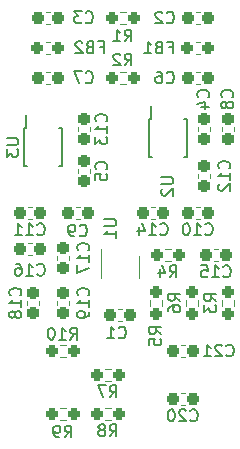
<source format=gbo>
G04 #@! TF.GenerationSoftware,KiCad,Pcbnew,7.0.9-7.0.9~ubuntu20.04.1*
G04 #@! TF.CreationDate,2023-11-16T21:07:46+01:00*
G04 #@! TF.ProjectId,kicad-pmod_i2s2,6b696361-642d-4706-9d6f-645f69327332,1.0*
G04 #@! TF.SameCoordinates,Original*
G04 #@! TF.FileFunction,Legend,Bot*
G04 #@! TF.FilePolarity,Positive*
%FSLAX46Y46*%
G04 Gerber Fmt 4.6, Leading zero omitted, Abs format (unit mm)*
G04 Created by KiCad (PCBNEW 7.0.9-7.0.9~ubuntu20.04.1) date 2023-11-16 21:07:46*
%MOMM*%
%LPD*%
G01*
G04 APERTURE LIST*
G04 Aperture macros list*
%AMRoundRect*
0 Rectangle with rounded corners*
0 $1 Rounding radius*
0 $2 $3 $4 $5 $6 $7 $8 $9 X,Y pos of 4 corners*
0 Add a 4 corners polygon primitive as box body*
4,1,4,$2,$3,$4,$5,$6,$7,$8,$9,$2,$3,0*
0 Add four circle primitives for the rounded corners*
1,1,$1+$1,$2,$3*
1,1,$1+$1,$4,$5*
1,1,$1+$1,$6,$7*
1,1,$1+$1,$8,$9*
0 Add four rect primitives between the rounded corners*
20,1,$1+$1,$2,$3,$4,$5,0*
20,1,$1+$1,$4,$5,$6,$7,0*
20,1,$1+$1,$6,$7,$8,$9,0*
20,1,$1+$1,$8,$9,$2,$3,0*%
G04 Aperture macros list end*
%ADD10C,0.150000*%
%ADD11C,0.120000*%
%ADD12C,1.500000*%
%ADD13R,1.700000X1.700000*%
%ADD14O,1.700000X1.700000*%
%ADD15RoundRect,0.237500X-0.237500X0.300000X-0.237500X-0.300000X0.237500X-0.300000X0.237500X0.300000X0*%
%ADD16RoundRect,0.237500X-0.300000X-0.237500X0.300000X-0.237500X0.300000X0.237500X-0.300000X0.237500X0*%
%ADD17RoundRect,0.237500X-0.237500X0.250000X-0.237500X-0.250000X0.237500X-0.250000X0.237500X0.250000X0*%
%ADD18RoundRect,0.237500X0.237500X-0.300000X0.237500X0.300000X-0.237500X0.300000X-0.237500X-0.300000X0*%
%ADD19RoundRect,0.237500X0.250000X0.237500X-0.250000X0.237500X-0.250000X-0.237500X0.250000X-0.237500X0*%
%ADD20RoundRect,0.237500X-0.250000X-0.237500X0.250000X-0.237500X0.250000X0.237500X-0.250000X0.237500X0*%
%ADD21RoundRect,0.237500X0.300000X0.237500X-0.300000X0.237500X-0.300000X-0.237500X0.300000X-0.237500X0*%
%ADD22R,0.250000X1.100000*%
%ADD23R,0.650000X1.560000*%
%ADD24RoundRect,0.237500X0.287500X0.237500X-0.287500X0.237500X-0.287500X-0.237500X0.287500X-0.237500X0*%
G04 APERTURE END LIST*
D10*
X119231580Y-59777333D02*
X119279200Y-59729714D01*
X119279200Y-59729714D02*
X119326819Y-59586857D01*
X119326819Y-59586857D02*
X119326819Y-59491619D01*
X119326819Y-59491619D02*
X119279200Y-59348762D01*
X119279200Y-59348762D02*
X119183961Y-59253524D01*
X119183961Y-59253524D02*
X119088723Y-59205905D01*
X119088723Y-59205905D02*
X118898247Y-59158286D01*
X118898247Y-59158286D02*
X118755390Y-59158286D01*
X118755390Y-59158286D02*
X118564914Y-59205905D01*
X118564914Y-59205905D02*
X118469676Y-59253524D01*
X118469676Y-59253524D02*
X118374438Y-59348762D01*
X118374438Y-59348762D02*
X118326819Y-59491619D01*
X118326819Y-59491619D02*
X118326819Y-59586857D01*
X118326819Y-59586857D02*
X118374438Y-59729714D01*
X118374438Y-59729714D02*
X118422057Y-59777333D01*
X118326819Y-60682095D02*
X118326819Y-60205905D01*
X118326819Y-60205905D02*
X118803009Y-60158286D01*
X118803009Y-60158286D02*
X118755390Y-60205905D01*
X118755390Y-60205905D02*
X118707771Y-60301143D01*
X118707771Y-60301143D02*
X118707771Y-60539238D01*
X118707771Y-60539238D02*
X118755390Y-60634476D01*
X118755390Y-60634476D02*
X118803009Y-60682095D01*
X118803009Y-60682095D02*
X118898247Y-60729714D01*
X118898247Y-60729714D02*
X119136342Y-60729714D01*
X119136342Y-60729714D02*
X119231580Y-60682095D01*
X119231580Y-60682095D02*
X119279200Y-60634476D01*
X119279200Y-60634476D02*
X119326819Y-60539238D01*
X119326819Y-60539238D02*
X119326819Y-60301143D01*
X119326819Y-60301143D02*
X119279200Y-60205905D01*
X119279200Y-60205905D02*
X119231580Y-60158286D01*
X123832857Y-65274580D02*
X123880476Y-65322200D01*
X123880476Y-65322200D02*
X124023333Y-65369819D01*
X124023333Y-65369819D02*
X124118571Y-65369819D01*
X124118571Y-65369819D02*
X124261428Y-65322200D01*
X124261428Y-65322200D02*
X124356666Y-65226961D01*
X124356666Y-65226961D02*
X124404285Y-65131723D01*
X124404285Y-65131723D02*
X124451904Y-64941247D01*
X124451904Y-64941247D02*
X124451904Y-64798390D01*
X124451904Y-64798390D02*
X124404285Y-64607914D01*
X124404285Y-64607914D02*
X124356666Y-64512676D01*
X124356666Y-64512676D02*
X124261428Y-64417438D01*
X124261428Y-64417438D02*
X124118571Y-64369819D01*
X124118571Y-64369819D02*
X124023333Y-64369819D01*
X124023333Y-64369819D02*
X123880476Y-64417438D01*
X123880476Y-64417438D02*
X123832857Y-64465057D01*
X122880476Y-65369819D02*
X123451904Y-65369819D01*
X123166190Y-65369819D02*
X123166190Y-64369819D01*
X123166190Y-64369819D02*
X123261428Y-64512676D01*
X123261428Y-64512676D02*
X123356666Y-64607914D01*
X123356666Y-64607914D02*
X123451904Y-64655533D01*
X122023333Y-64703152D02*
X122023333Y-65369819D01*
X122261428Y-64322200D02*
X122499523Y-65036485D01*
X122499523Y-65036485D02*
X121880476Y-65036485D01*
X128564819Y-70953333D02*
X128088628Y-70620000D01*
X128564819Y-70381905D02*
X127564819Y-70381905D01*
X127564819Y-70381905D02*
X127564819Y-70762857D01*
X127564819Y-70762857D02*
X127612438Y-70858095D01*
X127612438Y-70858095D02*
X127660057Y-70905714D01*
X127660057Y-70905714D02*
X127755295Y-70953333D01*
X127755295Y-70953333D02*
X127898152Y-70953333D01*
X127898152Y-70953333D02*
X127993390Y-70905714D01*
X127993390Y-70905714D02*
X128041009Y-70858095D01*
X128041009Y-70858095D02*
X128088628Y-70762857D01*
X128088628Y-70762857D02*
X128088628Y-70381905D01*
X127564819Y-71286667D02*
X127564819Y-71905714D01*
X127564819Y-71905714D02*
X127945771Y-71572381D01*
X127945771Y-71572381D02*
X127945771Y-71715238D01*
X127945771Y-71715238D02*
X127993390Y-71810476D01*
X127993390Y-71810476D02*
X128041009Y-71858095D01*
X128041009Y-71858095D02*
X128136247Y-71905714D01*
X128136247Y-71905714D02*
X128374342Y-71905714D01*
X128374342Y-71905714D02*
X128469580Y-71858095D01*
X128469580Y-71858095D02*
X128517200Y-71810476D01*
X128517200Y-71810476D02*
X128564819Y-71715238D01*
X128564819Y-71715238D02*
X128564819Y-71429524D01*
X128564819Y-71429524D02*
X128517200Y-71334286D01*
X128517200Y-71334286D02*
X128469580Y-71286667D01*
X117707580Y-66652142D02*
X117755200Y-66604523D01*
X117755200Y-66604523D02*
X117802819Y-66461666D01*
X117802819Y-66461666D02*
X117802819Y-66366428D01*
X117802819Y-66366428D02*
X117755200Y-66223571D01*
X117755200Y-66223571D02*
X117659961Y-66128333D01*
X117659961Y-66128333D02*
X117564723Y-66080714D01*
X117564723Y-66080714D02*
X117374247Y-66033095D01*
X117374247Y-66033095D02*
X117231390Y-66033095D01*
X117231390Y-66033095D02*
X117040914Y-66080714D01*
X117040914Y-66080714D02*
X116945676Y-66128333D01*
X116945676Y-66128333D02*
X116850438Y-66223571D01*
X116850438Y-66223571D02*
X116802819Y-66366428D01*
X116802819Y-66366428D02*
X116802819Y-66461666D01*
X116802819Y-66461666D02*
X116850438Y-66604523D01*
X116850438Y-66604523D02*
X116898057Y-66652142D01*
X117802819Y-67604523D02*
X117802819Y-67033095D01*
X117802819Y-67318809D02*
X116802819Y-67318809D01*
X116802819Y-67318809D02*
X116945676Y-67223571D01*
X116945676Y-67223571D02*
X117040914Y-67128333D01*
X117040914Y-67128333D02*
X117088533Y-67033095D01*
X116802819Y-67937857D02*
X116802819Y-68604523D01*
X116802819Y-68604523D02*
X117802819Y-68175952D01*
X129899580Y-53681333D02*
X129947200Y-53633714D01*
X129947200Y-53633714D02*
X129994819Y-53490857D01*
X129994819Y-53490857D02*
X129994819Y-53395619D01*
X129994819Y-53395619D02*
X129947200Y-53252762D01*
X129947200Y-53252762D02*
X129851961Y-53157524D01*
X129851961Y-53157524D02*
X129756723Y-53109905D01*
X129756723Y-53109905D02*
X129566247Y-53062286D01*
X129566247Y-53062286D02*
X129423390Y-53062286D01*
X129423390Y-53062286D02*
X129232914Y-53109905D01*
X129232914Y-53109905D02*
X129137676Y-53157524D01*
X129137676Y-53157524D02*
X129042438Y-53252762D01*
X129042438Y-53252762D02*
X128994819Y-53395619D01*
X128994819Y-53395619D02*
X128994819Y-53490857D01*
X128994819Y-53490857D02*
X129042438Y-53633714D01*
X129042438Y-53633714D02*
X129090057Y-53681333D01*
X129423390Y-54252762D02*
X129375771Y-54157524D01*
X129375771Y-54157524D02*
X129328152Y-54109905D01*
X129328152Y-54109905D02*
X129232914Y-54062286D01*
X129232914Y-54062286D02*
X129185295Y-54062286D01*
X129185295Y-54062286D02*
X129090057Y-54109905D01*
X129090057Y-54109905D02*
X129042438Y-54157524D01*
X129042438Y-54157524D02*
X128994819Y-54252762D01*
X128994819Y-54252762D02*
X128994819Y-54443238D01*
X128994819Y-54443238D02*
X129042438Y-54538476D01*
X129042438Y-54538476D02*
X129090057Y-54586095D01*
X129090057Y-54586095D02*
X129185295Y-54633714D01*
X129185295Y-54633714D02*
X129232914Y-54633714D01*
X129232914Y-54633714D02*
X129328152Y-54586095D01*
X129328152Y-54586095D02*
X129375771Y-54538476D01*
X129375771Y-54538476D02*
X129423390Y-54443238D01*
X129423390Y-54443238D02*
X129423390Y-54252762D01*
X129423390Y-54252762D02*
X129471009Y-54157524D01*
X129471009Y-54157524D02*
X129518628Y-54109905D01*
X129518628Y-54109905D02*
X129613866Y-54062286D01*
X129613866Y-54062286D02*
X129804342Y-54062286D01*
X129804342Y-54062286D02*
X129899580Y-54109905D01*
X129899580Y-54109905D02*
X129947200Y-54157524D01*
X129947200Y-54157524D02*
X129994819Y-54252762D01*
X129994819Y-54252762D02*
X129994819Y-54443238D01*
X129994819Y-54443238D02*
X129947200Y-54538476D01*
X129947200Y-54538476D02*
X129899580Y-54586095D01*
X129899580Y-54586095D02*
X129804342Y-54633714D01*
X129804342Y-54633714D02*
X129613866Y-54633714D01*
X129613866Y-54633714D02*
X129518628Y-54586095D01*
X129518628Y-54586095D02*
X129471009Y-54538476D01*
X129471009Y-54538476D02*
X129423390Y-54443238D01*
X117707580Y-70462142D02*
X117755200Y-70414523D01*
X117755200Y-70414523D02*
X117802819Y-70271666D01*
X117802819Y-70271666D02*
X117802819Y-70176428D01*
X117802819Y-70176428D02*
X117755200Y-70033571D01*
X117755200Y-70033571D02*
X117659961Y-69938333D01*
X117659961Y-69938333D02*
X117564723Y-69890714D01*
X117564723Y-69890714D02*
X117374247Y-69843095D01*
X117374247Y-69843095D02*
X117231390Y-69843095D01*
X117231390Y-69843095D02*
X117040914Y-69890714D01*
X117040914Y-69890714D02*
X116945676Y-69938333D01*
X116945676Y-69938333D02*
X116850438Y-70033571D01*
X116850438Y-70033571D02*
X116802819Y-70176428D01*
X116802819Y-70176428D02*
X116802819Y-70271666D01*
X116802819Y-70271666D02*
X116850438Y-70414523D01*
X116850438Y-70414523D02*
X116898057Y-70462142D01*
X117802819Y-71414523D02*
X117802819Y-70843095D01*
X117802819Y-71128809D02*
X116802819Y-71128809D01*
X116802819Y-71128809D02*
X116945676Y-71033571D01*
X116945676Y-71033571D02*
X117040914Y-70938333D01*
X117040914Y-70938333D02*
X117088533Y-70843095D01*
X117802819Y-71890714D02*
X117802819Y-72081190D01*
X117802819Y-72081190D02*
X117755200Y-72176428D01*
X117755200Y-72176428D02*
X117707580Y-72224047D01*
X117707580Y-72224047D02*
X117564723Y-72319285D01*
X117564723Y-72319285D02*
X117374247Y-72366904D01*
X117374247Y-72366904D02*
X116993295Y-72366904D01*
X116993295Y-72366904D02*
X116898057Y-72319285D01*
X116898057Y-72319285D02*
X116850438Y-72271666D01*
X116850438Y-72271666D02*
X116802819Y-72176428D01*
X116802819Y-72176428D02*
X116802819Y-71985952D01*
X116802819Y-71985952D02*
X116850438Y-71890714D01*
X116850438Y-71890714D02*
X116898057Y-71843095D01*
X116898057Y-71843095D02*
X116993295Y-71795476D01*
X116993295Y-71795476D02*
X117231390Y-71795476D01*
X117231390Y-71795476D02*
X117326628Y-71843095D01*
X117326628Y-71843095D02*
X117374247Y-71890714D01*
X117374247Y-71890714D02*
X117421866Y-71985952D01*
X117421866Y-71985952D02*
X117421866Y-72176428D01*
X117421866Y-72176428D02*
X117374247Y-72271666D01*
X117374247Y-72271666D02*
X117326628Y-72319285D01*
X117326628Y-72319285D02*
X117231390Y-72366904D01*
X120816666Y-48968819D02*
X121149999Y-48492628D01*
X121388094Y-48968819D02*
X121388094Y-47968819D01*
X121388094Y-47968819D02*
X121007142Y-47968819D01*
X121007142Y-47968819D02*
X120911904Y-48016438D01*
X120911904Y-48016438D02*
X120864285Y-48064057D01*
X120864285Y-48064057D02*
X120816666Y-48159295D01*
X120816666Y-48159295D02*
X120816666Y-48302152D01*
X120816666Y-48302152D02*
X120864285Y-48397390D01*
X120864285Y-48397390D02*
X120911904Y-48445009D01*
X120911904Y-48445009D02*
X121007142Y-48492628D01*
X121007142Y-48492628D02*
X121388094Y-48492628D01*
X119864285Y-48968819D02*
X120435713Y-48968819D01*
X120149999Y-48968819D02*
X120149999Y-47968819D01*
X120149999Y-47968819D02*
X120245237Y-48111676D01*
X120245237Y-48111676D02*
X120340475Y-48206914D01*
X120340475Y-48206914D02*
X120435713Y-48254533D01*
X116212857Y-74208819D02*
X116546190Y-73732628D01*
X116784285Y-74208819D02*
X116784285Y-73208819D01*
X116784285Y-73208819D02*
X116403333Y-73208819D01*
X116403333Y-73208819D02*
X116308095Y-73256438D01*
X116308095Y-73256438D02*
X116260476Y-73304057D01*
X116260476Y-73304057D02*
X116212857Y-73399295D01*
X116212857Y-73399295D02*
X116212857Y-73542152D01*
X116212857Y-73542152D02*
X116260476Y-73637390D01*
X116260476Y-73637390D02*
X116308095Y-73685009D01*
X116308095Y-73685009D02*
X116403333Y-73732628D01*
X116403333Y-73732628D02*
X116784285Y-73732628D01*
X115260476Y-74208819D02*
X115831904Y-74208819D01*
X115546190Y-74208819D02*
X115546190Y-73208819D01*
X115546190Y-73208819D02*
X115641428Y-73351676D01*
X115641428Y-73351676D02*
X115736666Y-73446914D01*
X115736666Y-73446914D02*
X115831904Y-73494533D01*
X114641428Y-73208819D02*
X114546190Y-73208819D01*
X114546190Y-73208819D02*
X114450952Y-73256438D01*
X114450952Y-73256438D02*
X114403333Y-73304057D01*
X114403333Y-73304057D02*
X114355714Y-73399295D01*
X114355714Y-73399295D02*
X114308095Y-73589771D01*
X114308095Y-73589771D02*
X114308095Y-73827866D01*
X114308095Y-73827866D02*
X114355714Y-74018342D01*
X114355714Y-74018342D02*
X114403333Y-74113580D01*
X114403333Y-74113580D02*
X114450952Y-74161200D01*
X114450952Y-74161200D02*
X114546190Y-74208819D01*
X114546190Y-74208819D02*
X114641428Y-74208819D01*
X114641428Y-74208819D02*
X114736666Y-74161200D01*
X114736666Y-74161200D02*
X114784285Y-74113580D01*
X114784285Y-74113580D02*
X114831904Y-74018342D01*
X114831904Y-74018342D02*
X114879523Y-73827866D01*
X114879523Y-73827866D02*
X114879523Y-73589771D01*
X114879523Y-73589771D02*
X114831904Y-73399295D01*
X114831904Y-73399295D02*
X114784285Y-73304057D01*
X114784285Y-73304057D02*
X114736666Y-73256438D01*
X114736666Y-73256438D02*
X114641428Y-73208819D01*
X117514666Y-47334580D02*
X117562285Y-47382200D01*
X117562285Y-47382200D02*
X117705142Y-47429819D01*
X117705142Y-47429819D02*
X117800380Y-47429819D01*
X117800380Y-47429819D02*
X117943237Y-47382200D01*
X117943237Y-47382200D02*
X118038475Y-47286961D01*
X118038475Y-47286961D02*
X118086094Y-47191723D01*
X118086094Y-47191723D02*
X118133713Y-47001247D01*
X118133713Y-47001247D02*
X118133713Y-46858390D01*
X118133713Y-46858390D02*
X118086094Y-46667914D01*
X118086094Y-46667914D02*
X118038475Y-46572676D01*
X118038475Y-46572676D02*
X117943237Y-46477438D01*
X117943237Y-46477438D02*
X117800380Y-46429819D01*
X117800380Y-46429819D02*
X117705142Y-46429819D01*
X117705142Y-46429819D02*
X117562285Y-46477438D01*
X117562285Y-46477438D02*
X117514666Y-46525057D01*
X117181332Y-46429819D02*
X116562285Y-46429819D01*
X116562285Y-46429819D02*
X116895618Y-46810771D01*
X116895618Y-46810771D02*
X116752761Y-46810771D01*
X116752761Y-46810771D02*
X116657523Y-46858390D01*
X116657523Y-46858390D02*
X116609904Y-46906009D01*
X116609904Y-46906009D02*
X116562285Y-47001247D01*
X116562285Y-47001247D02*
X116562285Y-47239342D01*
X116562285Y-47239342D02*
X116609904Y-47334580D01*
X116609904Y-47334580D02*
X116657523Y-47382200D01*
X116657523Y-47382200D02*
X116752761Y-47429819D01*
X116752761Y-47429819D02*
X117038475Y-47429819D01*
X117038475Y-47429819D02*
X117133713Y-47382200D01*
X117133713Y-47382200D02*
X117181332Y-47334580D01*
X117514666Y-52414580D02*
X117562285Y-52462200D01*
X117562285Y-52462200D02*
X117705142Y-52509819D01*
X117705142Y-52509819D02*
X117800380Y-52509819D01*
X117800380Y-52509819D02*
X117943237Y-52462200D01*
X117943237Y-52462200D02*
X118038475Y-52366961D01*
X118038475Y-52366961D02*
X118086094Y-52271723D01*
X118086094Y-52271723D02*
X118133713Y-52081247D01*
X118133713Y-52081247D02*
X118133713Y-51938390D01*
X118133713Y-51938390D02*
X118086094Y-51747914D01*
X118086094Y-51747914D02*
X118038475Y-51652676D01*
X118038475Y-51652676D02*
X117943237Y-51557438D01*
X117943237Y-51557438D02*
X117800380Y-51509819D01*
X117800380Y-51509819D02*
X117705142Y-51509819D01*
X117705142Y-51509819D02*
X117562285Y-51557438D01*
X117562285Y-51557438D02*
X117514666Y-51605057D01*
X117181332Y-51509819D02*
X116514666Y-51509819D01*
X116514666Y-51509819D02*
X116943237Y-52509819D01*
X124626666Y-68940819D02*
X124959999Y-68464628D01*
X125198094Y-68940819D02*
X125198094Y-67940819D01*
X125198094Y-67940819D02*
X124817142Y-67940819D01*
X124817142Y-67940819D02*
X124721904Y-67988438D01*
X124721904Y-67988438D02*
X124674285Y-68036057D01*
X124674285Y-68036057D02*
X124626666Y-68131295D01*
X124626666Y-68131295D02*
X124626666Y-68274152D01*
X124626666Y-68274152D02*
X124674285Y-68369390D01*
X124674285Y-68369390D02*
X124721904Y-68417009D01*
X124721904Y-68417009D02*
X124817142Y-68464628D01*
X124817142Y-68464628D02*
X125198094Y-68464628D01*
X123769523Y-68274152D02*
X123769523Y-68940819D01*
X124007618Y-67893200D02*
X124245713Y-68607485D01*
X124245713Y-68607485D02*
X123626666Y-68607485D01*
X113418857Y-65289580D02*
X113466476Y-65337200D01*
X113466476Y-65337200D02*
X113609333Y-65384819D01*
X113609333Y-65384819D02*
X113704571Y-65384819D01*
X113704571Y-65384819D02*
X113847428Y-65337200D01*
X113847428Y-65337200D02*
X113942666Y-65241961D01*
X113942666Y-65241961D02*
X113990285Y-65146723D01*
X113990285Y-65146723D02*
X114037904Y-64956247D01*
X114037904Y-64956247D02*
X114037904Y-64813390D01*
X114037904Y-64813390D02*
X113990285Y-64622914D01*
X113990285Y-64622914D02*
X113942666Y-64527676D01*
X113942666Y-64527676D02*
X113847428Y-64432438D01*
X113847428Y-64432438D02*
X113704571Y-64384819D01*
X113704571Y-64384819D02*
X113609333Y-64384819D01*
X113609333Y-64384819D02*
X113466476Y-64432438D01*
X113466476Y-64432438D02*
X113418857Y-64480057D01*
X112466476Y-65384819D02*
X113037904Y-65384819D01*
X112752190Y-65384819D02*
X112752190Y-64384819D01*
X112752190Y-64384819D02*
X112847428Y-64527676D01*
X112847428Y-64527676D02*
X112942666Y-64622914D01*
X112942666Y-64622914D02*
X113037904Y-64670533D01*
X111514095Y-65384819D02*
X112085523Y-65384819D01*
X111799809Y-65384819D02*
X111799809Y-64384819D01*
X111799809Y-64384819D02*
X111895047Y-64527676D01*
X111895047Y-64527676D02*
X111990285Y-64622914D01*
X111990285Y-64622914D02*
X112085523Y-64670533D01*
X127867580Y-53681333D02*
X127915200Y-53633714D01*
X127915200Y-53633714D02*
X127962819Y-53490857D01*
X127962819Y-53490857D02*
X127962819Y-53395619D01*
X127962819Y-53395619D02*
X127915200Y-53252762D01*
X127915200Y-53252762D02*
X127819961Y-53157524D01*
X127819961Y-53157524D02*
X127724723Y-53109905D01*
X127724723Y-53109905D02*
X127534247Y-53062286D01*
X127534247Y-53062286D02*
X127391390Y-53062286D01*
X127391390Y-53062286D02*
X127200914Y-53109905D01*
X127200914Y-53109905D02*
X127105676Y-53157524D01*
X127105676Y-53157524D02*
X127010438Y-53252762D01*
X127010438Y-53252762D02*
X126962819Y-53395619D01*
X126962819Y-53395619D02*
X126962819Y-53490857D01*
X126962819Y-53490857D02*
X127010438Y-53633714D01*
X127010438Y-53633714D02*
X127058057Y-53681333D01*
X127296152Y-54538476D02*
X127962819Y-54538476D01*
X126915200Y-54300381D02*
X127629485Y-54062286D01*
X127629485Y-54062286D02*
X127629485Y-54681333D01*
X127642857Y-65274580D02*
X127690476Y-65322200D01*
X127690476Y-65322200D02*
X127833333Y-65369819D01*
X127833333Y-65369819D02*
X127928571Y-65369819D01*
X127928571Y-65369819D02*
X128071428Y-65322200D01*
X128071428Y-65322200D02*
X128166666Y-65226961D01*
X128166666Y-65226961D02*
X128214285Y-65131723D01*
X128214285Y-65131723D02*
X128261904Y-64941247D01*
X128261904Y-64941247D02*
X128261904Y-64798390D01*
X128261904Y-64798390D02*
X128214285Y-64607914D01*
X128214285Y-64607914D02*
X128166666Y-64512676D01*
X128166666Y-64512676D02*
X128071428Y-64417438D01*
X128071428Y-64417438D02*
X127928571Y-64369819D01*
X127928571Y-64369819D02*
X127833333Y-64369819D01*
X127833333Y-64369819D02*
X127690476Y-64417438D01*
X127690476Y-64417438D02*
X127642857Y-64465057D01*
X126690476Y-65369819D02*
X127261904Y-65369819D01*
X126976190Y-65369819D02*
X126976190Y-64369819D01*
X126976190Y-64369819D02*
X127071428Y-64512676D01*
X127071428Y-64512676D02*
X127166666Y-64607914D01*
X127166666Y-64607914D02*
X127261904Y-64655533D01*
X126071428Y-64369819D02*
X125976190Y-64369819D01*
X125976190Y-64369819D02*
X125880952Y-64417438D01*
X125880952Y-64417438D02*
X125833333Y-64465057D01*
X125833333Y-64465057D02*
X125785714Y-64560295D01*
X125785714Y-64560295D02*
X125738095Y-64750771D01*
X125738095Y-64750771D02*
X125738095Y-64988866D01*
X125738095Y-64988866D02*
X125785714Y-65179342D01*
X125785714Y-65179342D02*
X125833333Y-65274580D01*
X125833333Y-65274580D02*
X125880952Y-65322200D01*
X125880952Y-65322200D02*
X125976190Y-65369819D01*
X125976190Y-65369819D02*
X126071428Y-65369819D01*
X126071428Y-65369819D02*
X126166666Y-65322200D01*
X126166666Y-65322200D02*
X126214285Y-65274580D01*
X126214285Y-65274580D02*
X126261904Y-65179342D01*
X126261904Y-65179342D02*
X126309523Y-64988866D01*
X126309523Y-64988866D02*
X126309523Y-64750771D01*
X126309523Y-64750771D02*
X126261904Y-64560295D01*
X126261904Y-64560295D02*
X126214285Y-64465057D01*
X126214285Y-64465057D02*
X126166666Y-64417438D01*
X126166666Y-64417438D02*
X126071428Y-64369819D01*
X117006666Y-65383580D02*
X117054285Y-65431200D01*
X117054285Y-65431200D02*
X117197142Y-65478819D01*
X117197142Y-65478819D02*
X117292380Y-65478819D01*
X117292380Y-65478819D02*
X117435237Y-65431200D01*
X117435237Y-65431200D02*
X117530475Y-65335961D01*
X117530475Y-65335961D02*
X117578094Y-65240723D01*
X117578094Y-65240723D02*
X117625713Y-65050247D01*
X117625713Y-65050247D02*
X117625713Y-64907390D01*
X117625713Y-64907390D02*
X117578094Y-64716914D01*
X117578094Y-64716914D02*
X117530475Y-64621676D01*
X117530475Y-64621676D02*
X117435237Y-64526438D01*
X117435237Y-64526438D02*
X117292380Y-64478819D01*
X117292380Y-64478819D02*
X117197142Y-64478819D01*
X117197142Y-64478819D02*
X117054285Y-64526438D01*
X117054285Y-64526438D02*
X117006666Y-64574057D01*
X116530475Y-65478819D02*
X116339999Y-65478819D01*
X116339999Y-65478819D02*
X116244761Y-65431200D01*
X116244761Y-65431200D02*
X116197142Y-65383580D01*
X116197142Y-65383580D02*
X116101904Y-65240723D01*
X116101904Y-65240723D02*
X116054285Y-65050247D01*
X116054285Y-65050247D02*
X116054285Y-64669295D01*
X116054285Y-64669295D02*
X116101904Y-64574057D01*
X116101904Y-64574057D02*
X116149523Y-64526438D01*
X116149523Y-64526438D02*
X116244761Y-64478819D01*
X116244761Y-64478819D02*
X116435237Y-64478819D01*
X116435237Y-64478819D02*
X116530475Y-64526438D01*
X116530475Y-64526438D02*
X116578094Y-64574057D01*
X116578094Y-64574057D02*
X116625713Y-64669295D01*
X116625713Y-64669295D02*
X116625713Y-64907390D01*
X116625713Y-64907390D02*
X116578094Y-65002628D01*
X116578094Y-65002628D02*
X116530475Y-65050247D01*
X116530475Y-65050247D02*
X116435237Y-65097866D01*
X116435237Y-65097866D02*
X116244761Y-65097866D01*
X116244761Y-65097866D02*
X116149523Y-65050247D01*
X116149523Y-65050247D02*
X116101904Y-65002628D01*
X116101904Y-65002628D02*
X116054285Y-64907390D01*
X110814819Y-57150095D02*
X111624342Y-57150095D01*
X111624342Y-57150095D02*
X111719580Y-57197714D01*
X111719580Y-57197714D02*
X111767200Y-57245333D01*
X111767200Y-57245333D02*
X111814819Y-57340571D01*
X111814819Y-57340571D02*
X111814819Y-57531047D01*
X111814819Y-57531047D02*
X111767200Y-57626285D01*
X111767200Y-57626285D02*
X111719580Y-57673904D01*
X111719580Y-57673904D02*
X111624342Y-57721523D01*
X111624342Y-57721523D02*
X110814819Y-57721523D01*
X110814819Y-58102476D02*
X110814819Y-58721523D01*
X110814819Y-58721523D02*
X111195771Y-58388190D01*
X111195771Y-58388190D02*
X111195771Y-58531047D01*
X111195771Y-58531047D02*
X111243390Y-58626285D01*
X111243390Y-58626285D02*
X111291009Y-58673904D01*
X111291009Y-58673904D02*
X111386247Y-58721523D01*
X111386247Y-58721523D02*
X111624342Y-58721523D01*
X111624342Y-58721523D02*
X111719580Y-58673904D01*
X111719580Y-58673904D02*
X111767200Y-58626285D01*
X111767200Y-58626285D02*
X111814819Y-58531047D01*
X111814819Y-58531047D02*
X111814819Y-58245333D01*
X111814819Y-58245333D02*
X111767200Y-58150095D01*
X111767200Y-58150095D02*
X111719580Y-58102476D01*
X126372857Y-81037580D02*
X126420476Y-81085200D01*
X126420476Y-81085200D02*
X126563333Y-81132819D01*
X126563333Y-81132819D02*
X126658571Y-81132819D01*
X126658571Y-81132819D02*
X126801428Y-81085200D01*
X126801428Y-81085200D02*
X126896666Y-80989961D01*
X126896666Y-80989961D02*
X126944285Y-80894723D01*
X126944285Y-80894723D02*
X126991904Y-80704247D01*
X126991904Y-80704247D02*
X126991904Y-80561390D01*
X126991904Y-80561390D02*
X126944285Y-80370914D01*
X126944285Y-80370914D02*
X126896666Y-80275676D01*
X126896666Y-80275676D02*
X126801428Y-80180438D01*
X126801428Y-80180438D02*
X126658571Y-80132819D01*
X126658571Y-80132819D02*
X126563333Y-80132819D01*
X126563333Y-80132819D02*
X126420476Y-80180438D01*
X126420476Y-80180438D02*
X126372857Y-80228057D01*
X125991904Y-80228057D02*
X125944285Y-80180438D01*
X125944285Y-80180438D02*
X125849047Y-80132819D01*
X125849047Y-80132819D02*
X125610952Y-80132819D01*
X125610952Y-80132819D02*
X125515714Y-80180438D01*
X125515714Y-80180438D02*
X125468095Y-80228057D01*
X125468095Y-80228057D02*
X125420476Y-80323295D01*
X125420476Y-80323295D02*
X125420476Y-80418533D01*
X125420476Y-80418533D02*
X125468095Y-80561390D01*
X125468095Y-80561390D02*
X126039523Y-81132819D01*
X126039523Y-81132819D02*
X125420476Y-81132819D01*
X124801428Y-80132819D02*
X124706190Y-80132819D01*
X124706190Y-80132819D02*
X124610952Y-80180438D01*
X124610952Y-80180438D02*
X124563333Y-80228057D01*
X124563333Y-80228057D02*
X124515714Y-80323295D01*
X124515714Y-80323295D02*
X124468095Y-80513771D01*
X124468095Y-80513771D02*
X124468095Y-80751866D01*
X124468095Y-80751866D02*
X124515714Y-80942342D01*
X124515714Y-80942342D02*
X124563333Y-81037580D01*
X124563333Y-81037580D02*
X124610952Y-81085200D01*
X124610952Y-81085200D02*
X124706190Y-81132819D01*
X124706190Y-81132819D02*
X124801428Y-81132819D01*
X124801428Y-81132819D02*
X124896666Y-81085200D01*
X124896666Y-81085200D02*
X124944285Y-81037580D01*
X124944285Y-81037580D02*
X124991904Y-80942342D01*
X124991904Y-80942342D02*
X125039523Y-80751866D01*
X125039523Y-80751866D02*
X125039523Y-80513771D01*
X125039523Y-80513771D02*
X124991904Y-80323295D01*
X124991904Y-80323295D02*
X124944285Y-80228057D01*
X124944285Y-80228057D02*
X124896666Y-80180438D01*
X124896666Y-80180438D02*
X124801428Y-80132819D01*
X123914819Y-60452095D02*
X124724342Y-60452095D01*
X124724342Y-60452095D02*
X124819580Y-60499714D01*
X124819580Y-60499714D02*
X124867200Y-60547333D01*
X124867200Y-60547333D02*
X124914819Y-60642571D01*
X124914819Y-60642571D02*
X124914819Y-60833047D01*
X124914819Y-60833047D02*
X124867200Y-60928285D01*
X124867200Y-60928285D02*
X124819580Y-60975904D01*
X124819580Y-60975904D02*
X124724342Y-61023523D01*
X124724342Y-61023523D02*
X123914819Y-61023523D01*
X124010057Y-61452095D02*
X123962438Y-61499714D01*
X123962438Y-61499714D02*
X123914819Y-61594952D01*
X123914819Y-61594952D02*
X123914819Y-61833047D01*
X123914819Y-61833047D02*
X123962438Y-61928285D01*
X123962438Y-61928285D02*
X124010057Y-61975904D01*
X124010057Y-61975904D02*
X124105295Y-62023523D01*
X124105295Y-62023523D02*
X124200533Y-62023523D01*
X124200533Y-62023523D02*
X124343390Y-61975904D01*
X124343390Y-61975904D02*
X124914819Y-61404476D01*
X124914819Y-61404476D02*
X124914819Y-62023523D01*
X119546666Y-82402819D02*
X119879999Y-81926628D01*
X120118094Y-82402819D02*
X120118094Y-81402819D01*
X120118094Y-81402819D02*
X119737142Y-81402819D01*
X119737142Y-81402819D02*
X119641904Y-81450438D01*
X119641904Y-81450438D02*
X119594285Y-81498057D01*
X119594285Y-81498057D02*
X119546666Y-81593295D01*
X119546666Y-81593295D02*
X119546666Y-81736152D01*
X119546666Y-81736152D02*
X119594285Y-81831390D01*
X119594285Y-81831390D02*
X119641904Y-81879009D01*
X119641904Y-81879009D02*
X119737142Y-81926628D01*
X119737142Y-81926628D02*
X120118094Y-81926628D01*
X118975237Y-81831390D02*
X119070475Y-81783771D01*
X119070475Y-81783771D02*
X119118094Y-81736152D01*
X119118094Y-81736152D02*
X119165713Y-81640914D01*
X119165713Y-81640914D02*
X119165713Y-81593295D01*
X119165713Y-81593295D02*
X119118094Y-81498057D01*
X119118094Y-81498057D02*
X119070475Y-81450438D01*
X119070475Y-81450438D02*
X118975237Y-81402819D01*
X118975237Y-81402819D02*
X118784761Y-81402819D01*
X118784761Y-81402819D02*
X118689523Y-81450438D01*
X118689523Y-81450438D02*
X118641904Y-81498057D01*
X118641904Y-81498057D02*
X118594285Y-81593295D01*
X118594285Y-81593295D02*
X118594285Y-81640914D01*
X118594285Y-81640914D02*
X118641904Y-81736152D01*
X118641904Y-81736152D02*
X118689523Y-81783771D01*
X118689523Y-81783771D02*
X118784761Y-81831390D01*
X118784761Y-81831390D02*
X118975237Y-81831390D01*
X118975237Y-81831390D02*
X119070475Y-81879009D01*
X119070475Y-81879009D02*
X119118094Y-81926628D01*
X119118094Y-81926628D02*
X119165713Y-82021866D01*
X119165713Y-82021866D02*
X119165713Y-82212342D01*
X119165713Y-82212342D02*
X119118094Y-82307580D01*
X119118094Y-82307580D02*
X119070475Y-82355200D01*
X119070475Y-82355200D02*
X118975237Y-82402819D01*
X118975237Y-82402819D02*
X118784761Y-82402819D01*
X118784761Y-82402819D02*
X118689523Y-82355200D01*
X118689523Y-82355200D02*
X118641904Y-82307580D01*
X118641904Y-82307580D02*
X118594285Y-82212342D01*
X118594285Y-82212342D02*
X118594285Y-82021866D01*
X118594285Y-82021866D02*
X118641904Y-81926628D01*
X118641904Y-81926628D02*
X118689523Y-81879009D01*
X118689523Y-81879009D02*
X118784761Y-81831390D01*
X129420857Y-75543580D02*
X129468476Y-75591200D01*
X129468476Y-75591200D02*
X129611333Y-75638819D01*
X129611333Y-75638819D02*
X129706571Y-75638819D01*
X129706571Y-75638819D02*
X129849428Y-75591200D01*
X129849428Y-75591200D02*
X129944666Y-75495961D01*
X129944666Y-75495961D02*
X129992285Y-75400723D01*
X129992285Y-75400723D02*
X130039904Y-75210247D01*
X130039904Y-75210247D02*
X130039904Y-75067390D01*
X130039904Y-75067390D02*
X129992285Y-74876914D01*
X129992285Y-74876914D02*
X129944666Y-74781676D01*
X129944666Y-74781676D02*
X129849428Y-74686438D01*
X129849428Y-74686438D02*
X129706571Y-74638819D01*
X129706571Y-74638819D02*
X129611333Y-74638819D01*
X129611333Y-74638819D02*
X129468476Y-74686438D01*
X129468476Y-74686438D02*
X129420857Y-74734057D01*
X129039904Y-74734057D02*
X128992285Y-74686438D01*
X128992285Y-74686438D02*
X128897047Y-74638819D01*
X128897047Y-74638819D02*
X128658952Y-74638819D01*
X128658952Y-74638819D02*
X128563714Y-74686438D01*
X128563714Y-74686438D02*
X128516095Y-74734057D01*
X128516095Y-74734057D02*
X128468476Y-74829295D01*
X128468476Y-74829295D02*
X128468476Y-74924533D01*
X128468476Y-74924533D02*
X128516095Y-75067390D01*
X128516095Y-75067390D02*
X129087523Y-75638819D01*
X129087523Y-75638819D02*
X128468476Y-75638819D01*
X127516095Y-75638819D02*
X128087523Y-75638819D01*
X127801809Y-75638819D02*
X127801809Y-74638819D01*
X127801809Y-74638819D02*
X127897047Y-74781676D01*
X127897047Y-74781676D02*
X127992285Y-74876914D01*
X127992285Y-74876914D02*
X128087523Y-74924533D01*
X120308666Y-74019580D02*
X120356285Y-74067200D01*
X120356285Y-74067200D02*
X120499142Y-74114819D01*
X120499142Y-74114819D02*
X120594380Y-74114819D01*
X120594380Y-74114819D02*
X120737237Y-74067200D01*
X120737237Y-74067200D02*
X120832475Y-73971961D01*
X120832475Y-73971961D02*
X120880094Y-73876723D01*
X120880094Y-73876723D02*
X120927713Y-73686247D01*
X120927713Y-73686247D02*
X120927713Y-73543390D01*
X120927713Y-73543390D02*
X120880094Y-73352914D01*
X120880094Y-73352914D02*
X120832475Y-73257676D01*
X120832475Y-73257676D02*
X120737237Y-73162438D01*
X120737237Y-73162438D02*
X120594380Y-73114819D01*
X120594380Y-73114819D02*
X120499142Y-73114819D01*
X120499142Y-73114819D02*
X120356285Y-73162438D01*
X120356285Y-73162438D02*
X120308666Y-73210057D01*
X119356285Y-74114819D02*
X119927713Y-74114819D01*
X119641999Y-74114819D02*
X119641999Y-73114819D01*
X119641999Y-73114819D02*
X119737237Y-73257676D01*
X119737237Y-73257676D02*
X119832475Y-73352914D01*
X119832475Y-73352914D02*
X119927713Y-73400533D01*
X119088819Y-64008095D02*
X119898342Y-64008095D01*
X119898342Y-64008095D02*
X119993580Y-64055714D01*
X119993580Y-64055714D02*
X120041200Y-64103333D01*
X120041200Y-64103333D02*
X120088819Y-64198571D01*
X120088819Y-64198571D02*
X120088819Y-64389047D01*
X120088819Y-64389047D02*
X120041200Y-64484285D01*
X120041200Y-64484285D02*
X119993580Y-64531904D01*
X119993580Y-64531904D02*
X119898342Y-64579523D01*
X119898342Y-64579523D02*
X119088819Y-64579523D01*
X120088819Y-65579523D02*
X120088819Y-65008095D01*
X120088819Y-65293809D02*
X119088819Y-65293809D01*
X119088819Y-65293809D02*
X119231676Y-65198571D01*
X119231676Y-65198571D02*
X119326914Y-65103333D01*
X119326914Y-65103333D02*
X119374533Y-65008095D01*
X129645580Y-59708642D02*
X129693200Y-59661023D01*
X129693200Y-59661023D02*
X129740819Y-59518166D01*
X129740819Y-59518166D02*
X129740819Y-59422928D01*
X129740819Y-59422928D02*
X129693200Y-59280071D01*
X129693200Y-59280071D02*
X129597961Y-59184833D01*
X129597961Y-59184833D02*
X129502723Y-59137214D01*
X129502723Y-59137214D02*
X129312247Y-59089595D01*
X129312247Y-59089595D02*
X129169390Y-59089595D01*
X129169390Y-59089595D02*
X128978914Y-59137214D01*
X128978914Y-59137214D02*
X128883676Y-59184833D01*
X128883676Y-59184833D02*
X128788438Y-59280071D01*
X128788438Y-59280071D02*
X128740819Y-59422928D01*
X128740819Y-59422928D02*
X128740819Y-59518166D01*
X128740819Y-59518166D02*
X128788438Y-59661023D01*
X128788438Y-59661023D02*
X128836057Y-59708642D01*
X129740819Y-60661023D02*
X129740819Y-60089595D01*
X129740819Y-60375309D02*
X128740819Y-60375309D01*
X128740819Y-60375309D02*
X128883676Y-60280071D01*
X128883676Y-60280071D02*
X128978914Y-60184833D01*
X128978914Y-60184833D02*
X129026533Y-60089595D01*
X128836057Y-61041976D02*
X128788438Y-61089595D01*
X128788438Y-61089595D02*
X128740819Y-61184833D01*
X128740819Y-61184833D02*
X128740819Y-61422928D01*
X128740819Y-61422928D02*
X128788438Y-61518166D01*
X128788438Y-61518166D02*
X128836057Y-61565785D01*
X128836057Y-61565785D02*
X128931295Y-61613404D01*
X128931295Y-61613404D02*
X129026533Y-61613404D01*
X129026533Y-61613404D02*
X129169390Y-61565785D01*
X129169390Y-61565785D02*
X129740819Y-60994357D01*
X129740819Y-60994357D02*
X129740819Y-61613404D01*
X123898819Y-73747333D02*
X123422628Y-73414000D01*
X123898819Y-73175905D02*
X122898819Y-73175905D01*
X122898819Y-73175905D02*
X122898819Y-73556857D01*
X122898819Y-73556857D02*
X122946438Y-73652095D01*
X122946438Y-73652095D02*
X122994057Y-73699714D01*
X122994057Y-73699714D02*
X123089295Y-73747333D01*
X123089295Y-73747333D02*
X123232152Y-73747333D01*
X123232152Y-73747333D02*
X123327390Y-73699714D01*
X123327390Y-73699714D02*
X123375009Y-73652095D01*
X123375009Y-73652095D02*
X123422628Y-73556857D01*
X123422628Y-73556857D02*
X123422628Y-73175905D01*
X122898819Y-74652095D02*
X122898819Y-74175905D01*
X122898819Y-74175905D02*
X123375009Y-74128286D01*
X123375009Y-74128286D02*
X123327390Y-74175905D01*
X123327390Y-74175905D02*
X123279771Y-74271143D01*
X123279771Y-74271143D02*
X123279771Y-74509238D01*
X123279771Y-74509238D02*
X123327390Y-74604476D01*
X123327390Y-74604476D02*
X123375009Y-74652095D01*
X123375009Y-74652095D02*
X123470247Y-74699714D01*
X123470247Y-74699714D02*
X123708342Y-74699714D01*
X123708342Y-74699714D02*
X123803580Y-74652095D01*
X123803580Y-74652095D02*
X123851200Y-74604476D01*
X123851200Y-74604476D02*
X123898819Y-74509238D01*
X123898819Y-74509238D02*
X123898819Y-74271143D01*
X123898819Y-74271143D02*
X123851200Y-74175905D01*
X123851200Y-74175905D02*
X123803580Y-74128286D01*
X124372666Y-47349580D02*
X124420285Y-47397200D01*
X124420285Y-47397200D02*
X124563142Y-47444819D01*
X124563142Y-47444819D02*
X124658380Y-47444819D01*
X124658380Y-47444819D02*
X124801237Y-47397200D01*
X124801237Y-47397200D02*
X124896475Y-47301961D01*
X124896475Y-47301961D02*
X124944094Y-47206723D01*
X124944094Y-47206723D02*
X124991713Y-47016247D01*
X124991713Y-47016247D02*
X124991713Y-46873390D01*
X124991713Y-46873390D02*
X124944094Y-46682914D01*
X124944094Y-46682914D02*
X124896475Y-46587676D01*
X124896475Y-46587676D02*
X124801237Y-46492438D01*
X124801237Y-46492438D02*
X124658380Y-46444819D01*
X124658380Y-46444819D02*
X124563142Y-46444819D01*
X124563142Y-46444819D02*
X124420285Y-46492438D01*
X124420285Y-46492438D02*
X124372666Y-46540057D01*
X123991713Y-46540057D02*
X123944094Y-46492438D01*
X123944094Y-46492438D02*
X123848856Y-46444819D01*
X123848856Y-46444819D02*
X123610761Y-46444819D01*
X123610761Y-46444819D02*
X123515523Y-46492438D01*
X123515523Y-46492438D02*
X123467904Y-46540057D01*
X123467904Y-46540057D02*
X123420285Y-46635295D01*
X123420285Y-46635295D02*
X123420285Y-46730533D01*
X123420285Y-46730533D02*
X123467904Y-46873390D01*
X123467904Y-46873390D02*
X124039332Y-47444819D01*
X124039332Y-47444819D02*
X123420285Y-47444819D01*
X125516819Y-70938333D02*
X125040628Y-70605000D01*
X125516819Y-70366905D02*
X124516819Y-70366905D01*
X124516819Y-70366905D02*
X124516819Y-70747857D01*
X124516819Y-70747857D02*
X124564438Y-70843095D01*
X124564438Y-70843095D02*
X124612057Y-70890714D01*
X124612057Y-70890714D02*
X124707295Y-70938333D01*
X124707295Y-70938333D02*
X124850152Y-70938333D01*
X124850152Y-70938333D02*
X124945390Y-70890714D01*
X124945390Y-70890714D02*
X124993009Y-70843095D01*
X124993009Y-70843095D02*
X125040628Y-70747857D01*
X125040628Y-70747857D02*
X125040628Y-70366905D01*
X124516819Y-71795476D02*
X124516819Y-71605000D01*
X124516819Y-71605000D02*
X124564438Y-71509762D01*
X124564438Y-71509762D02*
X124612057Y-71462143D01*
X124612057Y-71462143D02*
X124754914Y-71366905D01*
X124754914Y-71366905D02*
X124945390Y-71319286D01*
X124945390Y-71319286D02*
X125326342Y-71319286D01*
X125326342Y-71319286D02*
X125421580Y-71366905D01*
X125421580Y-71366905D02*
X125469200Y-71414524D01*
X125469200Y-71414524D02*
X125516819Y-71509762D01*
X125516819Y-71509762D02*
X125516819Y-71700238D01*
X125516819Y-71700238D02*
X125469200Y-71795476D01*
X125469200Y-71795476D02*
X125421580Y-71843095D01*
X125421580Y-71843095D02*
X125326342Y-71890714D01*
X125326342Y-71890714D02*
X125088247Y-71890714D01*
X125088247Y-71890714D02*
X124993009Y-71843095D01*
X124993009Y-71843095D02*
X124945390Y-71795476D01*
X124945390Y-71795476D02*
X124897771Y-71700238D01*
X124897771Y-71700238D02*
X124897771Y-71509762D01*
X124897771Y-71509762D02*
X124945390Y-71414524D01*
X124945390Y-71414524D02*
X124993009Y-71366905D01*
X124993009Y-71366905D02*
X125088247Y-71319286D01*
X129166857Y-68845580D02*
X129214476Y-68893200D01*
X129214476Y-68893200D02*
X129357333Y-68940819D01*
X129357333Y-68940819D02*
X129452571Y-68940819D01*
X129452571Y-68940819D02*
X129595428Y-68893200D01*
X129595428Y-68893200D02*
X129690666Y-68797961D01*
X129690666Y-68797961D02*
X129738285Y-68702723D01*
X129738285Y-68702723D02*
X129785904Y-68512247D01*
X129785904Y-68512247D02*
X129785904Y-68369390D01*
X129785904Y-68369390D02*
X129738285Y-68178914D01*
X129738285Y-68178914D02*
X129690666Y-68083676D01*
X129690666Y-68083676D02*
X129595428Y-67988438D01*
X129595428Y-67988438D02*
X129452571Y-67940819D01*
X129452571Y-67940819D02*
X129357333Y-67940819D01*
X129357333Y-67940819D02*
X129214476Y-67988438D01*
X129214476Y-67988438D02*
X129166857Y-68036057D01*
X128214476Y-68940819D02*
X128785904Y-68940819D01*
X128500190Y-68940819D02*
X128500190Y-67940819D01*
X128500190Y-67940819D02*
X128595428Y-68083676D01*
X128595428Y-68083676D02*
X128690666Y-68178914D01*
X128690666Y-68178914D02*
X128785904Y-68226533D01*
X127309714Y-67940819D02*
X127785904Y-67940819D01*
X127785904Y-67940819D02*
X127833523Y-68417009D01*
X127833523Y-68417009D02*
X127785904Y-68369390D01*
X127785904Y-68369390D02*
X127690666Y-68321771D01*
X127690666Y-68321771D02*
X127452571Y-68321771D01*
X127452571Y-68321771D02*
X127357333Y-68369390D01*
X127357333Y-68369390D02*
X127309714Y-68417009D01*
X127309714Y-68417009D02*
X127262095Y-68512247D01*
X127262095Y-68512247D02*
X127262095Y-68750342D01*
X127262095Y-68750342D02*
X127309714Y-68845580D01*
X127309714Y-68845580D02*
X127357333Y-68893200D01*
X127357333Y-68893200D02*
X127452571Y-68940819D01*
X127452571Y-68940819D02*
X127690666Y-68940819D01*
X127690666Y-68940819D02*
X127785904Y-68893200D01*
X127785904Y-68893200D02*
X127833523Y-68845580D01*
X113418857Y-68700580D02*
X113466476Y-68748200D01*
X113466476Y-68748200D02*
X113609333Y-68795819D01*
X113609333Y-68795819D02*
X113704571Y-68795819D01*
X113704571Y-68795819D02*
X113847428Y-68748200D01*
X113847428Y-68748200D02*
X113942666Y-68652961D01*
X113942666Y-68652961D02*
X113990285Y-68557723D01*
X113990285Y-68557723D02*
X114037904Y-68367247D01*
X114037904Y-68367247D02*
X114037904Y-68224390D01*
X114037904Y-68224390D02*
X113990285Y-68033914D01*
X113990285Y-68033914D02*
X113942666Y-67938676D01*
X113942666Y-67938676D02*
X113847428Y-67843438D01*
X113847428Y-67843438D02*
X113704571Y-67795819D01*
X113704571Y-67795819D02*
X113609333Y-67795819D01*
X113609333Y-67795819D02*
X113466476Y-67843438D01*
X113466476Y-67843438D02*
X113418857Y-67891057D01*
X112466476Y-68795819D02*
X113037904Y-68795819D01*
X112752190Y-68795819D02*
X112752190Y-67795819D01*
X112752190Y-67795819D02*
X112847428Y-67938676D01*
X112847428Y-67938676D02*
X112942666Y-68033914D01*
X112942666Y-68033914D02*
X113037904Y-68081533D01*
X111609333Y-67795819D02*
X111799809Y-67795819D01*
X111799809Y-67795819D02*
X111895047Y-67843438D01*
X111895047Y-67843438D02*
X111942666Y-67891057D01*
X111942666Y-67891057D02*
X112037904Y-68033914D01*
X112037904Y-68033914D02*
X112085523Y-68224390D01*
X112085523Y-68224390D02*
X112085523Y-68605342D01*
X112085523Y-68605342D02*
X112037904Y-68700580D01*
X112037904Y-68700580D02*
X111990285Y-68748200D01*
X111990285Y-68748200D02*
X111895047Y-68795819D01*
X111895047Y-68795819D02*
X111704571Y-68795819D01*
X111704571Y-68795819D02*
X111609333Y-68748200D01*
X111609333Y-68748200D02*
X111561714Y-68700580D01*
X111561714Y-68700580D02*
X111514095Y-68605342D01*
X111514095Y-68605342D02*
X111514095Y-68367247D01*
X111514095Y-68367247D02*
X111561714Y-68272009D01*
X111561714Y-68272009D02*
X111609333Y-68224390D01*
X111609333Y-68224390D02*
X111704571Y-68176771D01*
X111704571Y-68176771D02*
X111895047Y-68176771D01*
X111895047Y-68176771D02*
X111990285Y-68224390D01*
X111990285Y-68224390D02*
X112037904Y-68272009D01*
X112037904Y-68272009D02*
X112085523Y-68367247D01*
X111959580Y-70462142D02*
X112007200Y-70414523D01*
X112007200Y-70414523D02*
X112054819Y-70271666D01*
X112054819Y-70271666D02*
X112054819Y-70176428D01*
X112054819Y-70176428D02*
X112007200Y-70033571D01*
X112007200Y-70033571D02*
X111911961Y-69938333D01*
X111911961Y-69938333D02*
X111816723Y-69890714D01*
X111816723Y-69890714D02*
X111626247Y-69843095D01*
X111626247Y-69843095D02*
X111483390Y-69843095D01*
X111483390Y-69843095D02*
X111292914Y-69890714D01*
X111292914Y-69890714D02*
X111197676Y-69938333D01*
X111197676Y-69938333D02*
X111102438Y-70033571D01*
X111102438Y-70033571D02*
X111054819Y-70176428D01*
X111054819Y-70176428D02*
X111054819Y-70271666D01*
X111054819Y-70271666D02*
X111102438Y-70414523D01*
X111102438Y-70414523D02*
X111150057Y-70462142D01*
X112054819Y-71414523D02*
X112054819Y-70843095D01*
X112054819Y-71128809D02*
X111054819Y-71128809D01*
X111054819Y-71128809D02*
X111197676Y-71033571D01*
X111197676Y-71033571D02*
X111292914Y-70938333D01*
X111292914Y-70938333D02*
X111340533Y-70843095D01*
X111483390Y-71985952D02*
X111435771Y-71890714D01*
X111435771Y-71890714D02*
X111388152Y-71843095D01*
X111388152Y-71843095D02*
X111292914Y-71795476D01*
X111292914Y-71795476D02*
X111245295Y-71795476D01*
X111245295Y-71795476D02*
X111150057Y-71843095D01*
X111150057Y-71843095D02*
X111102438Y-71890714D01*
X111102438Y-71890714D02*
X111054819Y-71985952D01*
X111054819Y-71985952D02*
X111054819Y-72176428D01*
X111054819Y-72176428D02*
X111102438Y-72271666D01*
X111102438Y-72271666D02*
X111150057Y-72319285D01*
X111150057Y-72319285D02*
X111245295Y-72366904D01*
X111245295Y-72366904D02*
X111292914Y-72366904D01*
X111292914Y-72366904D02*
X111388152Y-72319285D01*
X111388152Y-72319285D02*
X111435771Y-72271666D01*
X111435771Y-72271666D02*
X111483390Y-72176428D01*
X111483390Y-72176428D02*
X111483390Y-71985952D01*
X111483390Y-71985952D02*
X111531009Y-71890714D01*
X111531009Y-71890714D02*
X111578628Y-71843095D01*
X111578628Y-71843095D02*
X111673866Y-71795476D01*
X111673866Y-71795476D02*
X111864342Y-71795476D01*
X111864342Y-71795476D02*
X111959580Y-71843095D01*
X111959580Y-71843095D02*
X112007200Y-71890714D01*
X112007200Y-71890714D02*
X112054819Y-71985952D01*
X112054819Y-71985952D02*
X112054819Y-72176428D01*
X112054819Y-72176428D02*
X112007200Y-72271666D01*
X112007200Y-72271666D02*
X111959580Y-72319285D01*
X111959580Y-72319285D02*
X111864342Y-72366904D01*
X111864342Y-72366904D02*
X111673866Y-72366904D01*
X111673866Y-72366904D02*
X111578628Y-72319285D01*
X111578628Y-72319285D02*
X111531009Y-72271666D01*
X111531009Y-72271666D02*
X111483390Y-72176428D01*
X124531333Y-49461009D02*
X124864666Y-49461009D01*
X124864666Y-49984819D02*
X124864666Y-48984819D01*
X124864666Y-48984819D02*
X124388476Y-48984819D01*
X123674190Y-49461009D02*
X123531333Y-49508628D01*
X123531333Y-49508628D02*
X123483714Y-49556247D01*
X123483714Y-49556247D02*
X123436095Y-49651485D01*
X123436095Y-49651485D02*
X123436095Y-49794342D01*
X123436095Y-49794342D02*
X123483714Y-49889580D01*
X123483714Y-49889580D02*
X123531333Y-49937200D01*
X123531333Y-49937200D02*
X123626571Y-49984819D01*
X123626571Y-49984819D02*
X124007523Y-49984819D01*
X124007523Y-49984819D02*
X124007523Y-48984819D01*
X124007523Y-48984819D02*
X123674190Y-48984819D01*
X123674190Y-48984819D02*
X123578952Y-49032438D01*
X123578952Y-49032438D02*
X123531333Y-49080057D01*
X123531333Y-49080057D02*
X123483714Y-49175295D01*
X123483714Y-49175295D02*
X123483714Y-49270533D01*
X123483714Y-49270533D02*
X123531333Y-49365771D01*
X123531333Y-49365771D02*
X123578952Y-49413390D01*
X123578952Y-49413390D02*
X123674190Y-49461009D01*
X123674190Y-49461009D02*
X124007523Y-49461009D01*
X122483714Y-49984819D02*
X123055142Y-49984819D01*
X122769428Y-49984819D02*
X122769428Y-48984819D01*
X122769428Y-48984819D02*
X122864666Y-49127676D01*
X122864666Y-49127676D02*
X122959904Y-49222914D01*
X122959904Y-49222914D02*
X123055142Y-49270533D01*
X119546666Y-79100819D02*
X119879999Y-78624628D01*
X120118094Y-79100819D02*
X120118094Y-78100819D01*
X120118094Y-78100819D02*
X119737142Y-78100819D01*
X119737142Y-78100819D02*
X119641904Y-78148438D01*
X119641904Y-78148438D02*
X119594285Y-78196057D01*
X119594285Y-78196057D02*
X119546666Y-78291295D01*
X119546666Y-78291295D02*
X119546666Y-78434152D01*
X119546666Y-78434152D02*
X119594285Y-78529390D01*
X119594285Y-78529390D02*
X119641904Y-78577009D01*
X119641904Y-78577009D02*
X119737142Y-78624628D01*
X119737142Y-78624628D02*
X120118094Y-78624628D01*
X119213332Y-78100819D02*
X118546666Y-78100819D01*
X118546666Y-78100819D02*
X118975237Y-79100819D01*
X115736666Y-82496819D02*
X116069999Y-82020628D01*
X116308094Y-82496819D02*
X116308094Y-81496819D01*
X116308094Y-81496819D02*
X115927142Y-81496819D01*
X115927142Y-81496819D02*
X115831904Y-81544438D01*
X115831904Y-81544438D02*
X115784285Y-81592057D01*
X115784285Y-81592057D02*
X115736666Y-81687295D01*
X115736666Y-81687295D02*
X115736666Y-81830152D01*
X115736666Y-81830152D02*
X115784285Y-81925390D01*
X115784285Y-81925390D02*
X115831904Y-81973009D01*
X115831904Y-81973009D02*
X115927142Y-82020628D01*
X115927142Y-82020628D02*
X116308094Y-82020628D01*
X115260475Y-82496819D02*
X115069999Y-82496819D01*
X115069999Y-82496819D02*
X114974761Y-82449200D01*
X114974761Y-82449200D02*
X114927142Y-82401580D01*
X114927142Y-82401580D02*
X114831904Y-82258723D01*
X114831904Y-82258723D02*
X114784285Y-82068247D01*
X114784285Y-82068247D02*
X114784285Y-81687295D01*
X114784285Y-81687295D02*
X114831904Y-81592057D01*
X114831904Y-81592057D02*
X114879523Y-81544438D01*
X114879523Y-81544438D02*
X114974761Y-81496819D01*
X114974761Y-81496819D02*
X115165237Y-81496819D01*
X115165237Y-81496819D02*
X115260475Y-81544438D01*
X115260475Y-81544438D02*
X115308094Y-81592057D01*
X115308094Y-81592057D02*
X115355713Y-81687295D01*
X115355713Y-81687295D02*
X115355713Y-81925390D01*
X115355713Y-81925390D02*
X115308094Y-82020628D01*
X115308094Y-82020628D02*
X115260475Y-82068247D01*
X115260475Y-82068247D02*
X115165237Y-82115866D01*
X115165237Y-82115866D02*
X114974761Y-82115866D01*
X114974761Y-82115866D02*
X114879523Y-82068247D01*
X114879523Y-82068247D02*
X114831904Y-82020628D01*
X114831904Y-82020628D02*
X114784285Y-81925390D01*
X118689333Y-49446009D02*
X119022666Y-49446009D01*
X119022666Y-49969819D02*
X119022666Y-48969819D01*
X119022666Y-48969819D02*
X118546476Y-48969819D01*
X117832190Y-49446009D02*
X117689333Y-49493628D01*
X117689333Y-49493628D02*
X117641714Y-49541247D01*
X117641714Y-49541247D02*
X117594095Y-49636485D01*
X117594095Y-49636485D02*
X117594095Y-49779342D01*
X117594095Y-49779342D02*
X117641714Y-49874580D01*
X117641714Y-49874580D02*
X117689333Y-49922200D01*
X117689333Y-49922200D02*
X117784571Y-49969819D01*
X117784571Y-49969819D02*
X118165523Y-49969819D01*
X118165523Y-49969819D02*
X118165523Y-48969819D01*
X118165523Y-48969819D02*
X117832190Y-48969819D01*
X117832190Y-48969819D02*
X117736952Y-49017438D01*
X117736952Y-49017438D02*
X117689333Y-49065057D01*
X117689333Y-49065057D02*
X117641714Y-49160295D01*
X117641714Y-49160295D02*
X117641714Y-49255533D01*
X117641714Y-49255533D02*
X117689333Y-49350771D01*
X117689333Y-49350771D02*
X117736952Y-49398390D01*
X117736952Y-49398390D02*
X117832190Y-49446009D01*
X117832190Y-49446009D02*
X118165523Y-49446009D01*
X117213142Y-49065057D02*
X117165523Y-49017438D01*
X117165523Y-49017438D02*
X117070285Y-48969819D01*
X117070285Y-48969819D02*
X116832190Y-48969819D01*
X116832190Y-48969819D02*
X116736952Y-49017438D01*
X116736952Y-49017438D02*
X116689333Y-49065057D01*
X116689333Y-49065057D02*
X116641714Y-49160295D01*
X116641714Y-49160295D02*
X116641714Y-49255533D01*
X116641714Y-49255533D02*
X116689333Y-49398390D01*
X116689333Y-49398390D02*
X117260761Y-49969819D01*
X117260761Y-49969819D02*
X116641714Y-49969819D01*
X124372666Y-52429580D02*
X124420285Y-52477200D01*
X124420285Y-52477200D02*
X124563142Y-52524819D01*
X124563142Y-52524819D02*
X124658380Y-52524819D01*
X124658380Y-52524819D02*
X124801237Y-52477200D01*
X124801237Y-52477200D02*
X124896475Y-52381961D01*
X124896475Y-52381961D02*
X124944094Y-52286723D01*
X124944094Y-52286723D02*
X124991713Y-52096247D01*
X124991713Y-52096247D02*
X124991713Y-51953390D01*
X124991713Y-51953390D02*
X124944094Y-51762914D01*
X124944094Y-51762914D02*
X124896475Y-51667676D01*
X124896475Y-51667676D02*
X124801237Y-51572438D01*
X124801237Y-51572438D02*
X124658380Y-51524819D01*
X124658380Y-51524819D02*
X124563142Y-51524819D01*
X124563142Y-51524819D02*
X124420285Y-51572438D01*
X124420285Y-51572438D02*
X124372666Y-51620057D01*
X123515523Y-51524819D02*
X123705999Y-51524819D01*
X123705999Y-51524819D02*
X123801237Y-51572438D01*
X123801237Y-51572438D02*
X123848856Y-51620057D01*
X123848856Y-51620057D02*
X123944094Y-51762914D01*
X123944094Y-51762914D02*
X123991713Y-51953390D01*
X123991713Y-51953390D02*
X123991713Y-52334342D01*
X123991713Y-52334342D02*
X123944094Y-52429580D01*
X123944094Y-52429580D02*
X123896475Y-52477200D01*
X123896475Y-52477200D02*
X123801237Y-52524819D01*
X123801237Y-52524819D02*
X123610761Y-52524819D01*
X123610761Y-52524819D02*
X123515523Y-52477200D01*
X123515523Y-52477200D02*
X123467904Y-52429580D01*
X123467904Y-52429580D02*
X123420285Y-52334342D01*
X123420285Y-52334342D02*
X123420285Y-52096247D01*
X123420285Y-52096247D02*
X123467904Y-52001009D01*
X123467904Y-52001009D02*
X123515523Y-51953390D01*
X123515523Y-51953390D02*
X123610761Y-51905771D01*
X123610761Y-51905771D02*
X123801237Y-51905771D01*
X123801237Y-51905771D02*
X123896475Y-51953390D01*
X123896475Y-51953390D02*
X123944094Y-52001009D01*
X123944094Y-52001009D02*
X123991713Y-52096247D01*
X120816666Y-51000819D02*
X121149999Y-50524628D01*
X121388094Y-51000819D02*
X121388094Y-50000819D01*
X121388094Y-50000819D02*
X121007142Y-50000819D01*
X121007142Y-50000819D02*
X120911904Y-50048438D01*
X120911904Y-50048438D02*
X120864285Y-50096057D01*
X120864285Y-50096057D02*
X120816666Y-50191295D01*
X120816666Y-50191295D02*
X120816666Y-50334152D01*
X120816666Y-50334152D02*
X120864285Y-50429390D01*
X120864285Y-50429390D02*
X120911904Y-50477009D01*
X120911904Y-50477009D02*
X121007142Y-50524628D01*
X121007142Y-50524628D02*
X121388094Y-50524628D01*
X120435713Y-50096057D02*
X120388094Y-50048438D01*
X120388094Y-50048438D02*
X120292856Y-50000819D01*
X120292856Y-50000819D02*
X120054761Y-50000819D01*
X120054761Y-50000819D02*
X119959523Y-50048438D01*
X119959523Y-50048438D02*
X119911904Y-50096057D01*
X119911904Y-50096057D02*
X119864285Y-50191295D01*
X119864285Y-50191295D02*
X119864285Y-50286533D01*
X119864285Y-50286533D02*
X119911904Y-50429390D01*
X119911904Y-50429390D02*
X120483332Y-51000819D01*
X120483332Y-51000819D02*
X119864285Y-51000819D01*
X119231580Y-55745142D02*
X119279200Y-55697523D01*
X119279200Y-55697523D02*
X119326819Y-55554666D01*
X119326819Y-55554666D02*
X119326819Y-55459428D01*
X119326819Y-55459428D02*
X119279200Y-55316571D01*
X119279200Y-55316571D02*
X119183961Y-55221333D01*
X119183961Y-55221333D02*
X119088723Y-55173714D01*
X119088723Y-55173714D02*
X118898247Y-55126095D01*
X118898247Y-55126095D02*
X118755390Y-55126095D01*
X118755390Y-55126095D02*
X118564914Y-55173714D01*
X118564914Y-55173714D02*
X118469676Y-55221333D01*
X118469676Y-55221333D02*
X118374438Y-55316571D01*
X118374438Y-55316571D02*
X118326819Y-55459428D01*
X118326819Y-55459428D02*
X118326819Y-55554666D01*
X118326819Y-55554666D02*
X118374438Y-55697523D01*
X118374438Y-55697523D02*
X118422057Y-55745142D01*
X119326819Y-56697523D02*
X119326819Y-56126095D01*
X119326819Y-56411809D02*
X118326819Y-56411809D01*
X118326819Y-56411809D02*
X118469676Y-56316571D01*
X118469676Y-56316571D02*
X118564914Y-56221333D01*
X118564914Y-56221333D02*
X118612533Y-56126095D01*
X118326819Y-57030857D02*
X118326819Y-57649904D01*
X118326819Y-57649904D02*
X118707771Y-57316571D01*
X118707771Y-57316571D02*
X118707771Y-57459428D01*
X118707771Y-57459428D02*
X118755390Y-57554666D01*
X118755390Y-57554666D02*
X118803009Y-57602285D01*
X118803009Y-57602285D02*
X118898247Y-57649904D01*
X118898247Y-57649904D02*
X119136342Y-57649904D01*
X119136342Y-57649904D02*
X119231580Y-57602285D01*
X119231580Y-57602285D02*
X119279200Y-57554666D01*
X119279200Y-57554666D02*
X119326819Y-57459428D01*
X119326819Y-57459428D02*
X119326819Y-57173714D01*
X119326819Y-57173714D02*
X119279200Y-57078476D01*
X119279200Y-57078476D02*
X119231580Y-57030857D01*
D11*
X117858000Y-59797733D02*
X117858000Y-60090267D01*
X116838000Y-59797733D02*
X116838000Y-60090267D01*
X123043733Y-62975000D02*
X123336267Y-62975000D01*
X123043733Y-63995000D02*
X123336267Y-63995000D01*
X130062500Y-70865276D02*
X130062500Y-71374724D01*
X129017500Y-70865276D02*
X129017500Y-71374724D01*
X115060000Y-67441267D02*
X115060000Y-67148733D01*
X116080000Y-67441267D02*
X116080000Y-67148733D01*
X130050000Y-56241733D02*
X130050000Y-56534267D01*
X129030000Y-56241733D02*
X129030000Y-56534267D01*
X116080000Y-70958733D02*
X116080000Y-71251267D01*
X115060000Y-70958733D02*
X115060000Y-71251267D01*
X120904724Y-47512500D02*
X120395276Y-47512500D01*
X120904724Y-46467500D02*
X120395276Y-46467500D01*
X115824724Y-75706500D02*
X115315276Y-75706500D01*
X115824724Y-74661500D02*
X115315276Y-74661500D01*
X114153733Y-46465000D02*
X114446267Y-46465000D01*
X114153733Y-47485000D02*
X114446267Y-47485000D01*
X114153733Y-51545000D02*
X114446267Y-51545000D01*
X114153733Y-52565000D02*
X114446267Y-52565000D01*
X124205276Y-66533500D02*
X124714724Y-66533500D01*
X124205276Y-67578500D02*
X124714724Y-67578500D01*
X112629733Y-62990000D02*
X112922267Y-62990000D01*
X112629733Y-64010000D02*
X112922267Y-64010000D01*
X128018000Y-56241733D02*
X128018000Y-56534267D01*
X126998000Y-56241733D02*
X126998000Y-56534267D01*
X126853733Y-62975000D02*
X127146267Y-62975000D01*
X126853733Y-63995000D02*
X127146267Y-63995000D01*
X116986267Y-64010000D02*
X116693733Y-64010000D01*
X116986267Y-62990000D02*
X116693733Y-62990000D01*
D10*
X115535000Y-56287000D02*
X115260000Y-56287000D01*
X115535000Y-56287000D02*
X115535000Y-59537000D01*
X112460000Y-56287000D02*
X112460000Y-55212000D01*
X112285000Y-56287000D02*
X112460000Y-56287000D01*
X112285000Y-56287000D02*
X112285000Y-59537000D01*
X115535000Y-59537000D02*
X115260000Y-59537000D01*
X112285000Y-59537000D02*
X112560000Y-59537000D01*
D11*
X125583733Y-78738000D02*
X125876267Y-78738000D01*
X125583733Y-79758000D02*
X125876267Y-79758000D01*
D10*
X126085000Y-55510000D02*
X125810000Y-55510000D01*
X126085000Y-55510000D02*
X126085000Y-58760000D01*
X123010000Y-55510000D02*
X123010000Y-54435000D01*
X122835000Y-55510000D02*
X123010000Y-55510000D01*
X122835000Y-55510000D02*
X122835000Y-58760000D01*
X126085000Y-58760000D02*
X125810000Y-58760000D01*
X122835000Y-58760000D02*
X123110000Y-58760000D01*
D11*
X119125276Y-79995500D02*
X119634724Y-79995500D01*
X119125276Y-81040500D02*
X119634724Y-81040500D01*
X125583733Y-74674000D02*
X125876267Y-74674000D01*
X125583733Y-75694000D02*
X125876267Y-75694000D01*
X120249733Y-71626000D02*
X120542267Y-71626000D01*
X120249733Y-72646000D02*
X120542267Y-72646000D01*
X122006000Y-67172000D02*
X122006000Y-68972000D01*
X118786000Y-68972000D02*
X118786000Y-66522000D01*
X128018000Y-60205233D02*
X128018000Y-60497767D01*
X126998000Y-60205233D02*
X126998000Y-60497767D01*
X123966500Y-70850276D02*
X123966500Y-71359724D01*
X122921500Y-70850276D02*
X122921500Y-71359724D01*
X127146267Y-47485000D02*
X126853733Y-47485000D01*
X127146267Y-46465000D02*
X126853733Y-46465000D01*
X127014500Y-70850276D02*
X127014500Y-71359724D01*
X125969500Y-70850276D02*
X125969500Y-71359724D01*
X128377733Y-66546000D02*
X128670267Y-66546000D01*
X128377733Y-67566000D02*
X128670267Y-67566000D01*
X112922267Y-67058000D02*
X112629733Y-67058000D01*
X112922267Y-66038000D02*
X112629733Y-66038000D01*
X113540000Y-70958733D02*
X113540000Y-71251267D01*
X112520000Y-70958733D02*
X112520000Y-71251267D01*
X127171267Y-50025000D02*
X126828733Y-50025000D01*
X127171267Y-49005000D02*
X126828733Y-49005000D01*
X119125276Y-76693500D02*
X119634724Y-76693500D01*
X119125276Y-77738500D02*
X119634724Y-77738500D01*
X115824724Y-81040500D02*
X115315276Y-81040500D01*
X115824724Y-79995500D02*
X115315276Y-79995500D01*
X114471267Y-50025000D02*
X114128733Y-50025000D01*
X114471267Y-49005000D02*
X114128733Y-49005000D01*
X126853733Y-51545000D02*
X127146267Y-51545000D01*
X126853733Y-52565000D02*
X127146267Y-52565000D01*
X120395276Y-51532500D02*
X120904724Y-51532500D01*
X120395276Y-52577500D02*
X120904724Y-52577500D01*
X117858000Y-56241733D02*
X117858000Y-56534267D01*
X116838000Y-56241733D02*
X116838000Y-56534267D01*
%LPC*%
D12*
X125730000Y-84135000D03*
X125730000Y-77135000D03*
D13*
X120650000Y-55880000D03*
D14*
X120650000Y-58420000D03*
X120650000Y-60960000D03*
D13*
X127000000Y-43180000D03*
D14*
X127000000Y-40640000D03*
X124460000Y-43180000D03*
X124460000Y-40640000D03*
X121920000Y-43180000D03*
X121920000Y-40640000D03*
X119380000Y-43180000D03*
X119380000Y-40640000D03*
X116840000Y-43180000D03*
X116840000Y-40640000D03*
X114300000Y-43180000D03*
X114300000Y-40640000D03*
D12*
X115570000Y-84135000D03*
X115570000Y-77135000D03*
D15*
X117348000Y-59081500D03*
X117348000Y-60806500D03*
D16*
X122327500Y-63485000D03*
X124052500Y-63485000D03*
D17*
X129540000Y-70207500D03*
X129540000Y-72032500D03*
D18*
X115570000Y-68157500D03*
X115570000Y-66432500D03*
D15*
X129540000Y-55525500D03*
X129540000Y-57250500D03*
X115570000Y-70242500D03*
X115570000Y-71967500D03*
D19*
X121562500Y-46990000D03*
X119737500Y-46990000D03*
X116482500Y-75184000D03*
X114657500Y-75184000D03*
D16*
X113437500Y-46975000D03*
X115162500Y-46975000D03*
X113437500Y-52055000D03*
X115162500Y-52055000D03*
D20*
X123547500Y-67056000D03*
X125372500Y-67056000D03*
D16*
X111913500Y-63500000D03*
X113638500Y-63500000D03*
D15*
X127508000Y-55525500D03*
X127508000Y-57250500D03*
D16*
X126137500Y-63485000D03*
X127862500Y-63485000D03*
D21*
X117702500Y-63500000D03*
X115977500Y-63500000D03*
D22*
X112910000Y-55762000D03*
X113410000Y-55762000D03*
X113910000Y-55762000D03*
X114410000Y-55762000D03*
X114910000Y-55762000D03*
X114910000Y-60062000D03*
X114410000Y-60062000D03*
X113910000Y-60062000D03*
X113410000Y-60062000D03*
X112910000Y-60062000D03*
D16*
X124867500Y-79248000D03*
X126592500Y-79248000D03*
D22*
X123460000Y-54985000D03*
X123960000Y-54985000D03*
X124460000Y-54985000D03*
X124960000Y-54985000D03*
X125460000Y-54985000D03*
X125460000Y-59285000D03*
X124960000Y-59285000D03*
X124460000Y-59285000D03*
X123960000Y-59285000D03*
X123460000Y-59285000D03*
D20*
X118467500Y-80518000D03*
X120292500Y-80518000D03*
D16*
X124867500Y-75184000D03*
X126592500Y-75184000D03*
X119533500Y-72136000D03*
X121258500Y-72136000D03*
D23*
X119446000Y-66722000D03*
X120396000Y-66722000D03*
X121346000Y-66722000D03*
X121346000Y-69422000D03*
X119446000Y-69422000D03*
D15*
X127508000Y-59489000D03*
X127508000Y-61214000D03*
D17*
X123444000Y-70192500D03*
X123444000Y-72017500D03*
D21*
X127862500Y-46975000D03*
X126137500Y-46975000D03*
D17*
X126492000Y-70192500D03*
X126492000Y-72017500D03*
D16*
X127661500Y-67056000D03*
X129386500Y-67056000D03*
D21*
X113638500Y-66548000D03*
X111913500Y-66548000D03*
D15*
X113030000Y-70242500D03*
X113030000Y-71967500D03*
D24*
X127875000Y-49515000D03*
X126125000Y-49515000D03*
D20*
X118467500Y-77216000D03*
X120292500Y-77216000D03*
D19*
X116482500Y-80518000D03*
X114657500Y-80518000D03*
D24*
X115175000Y-49515000D03*
X113425000Y-49515000D03*
D16*
X126137500Y-52055000D03*
X127862500Y-52055000D03*
D20*
X119737500Y-52055000D03*
X121562500Y-52055000D03*
D15*
X117348000Y-55525500D03*
X117348000Y-57250500D03*
%LPD*%
M02*

</source>
